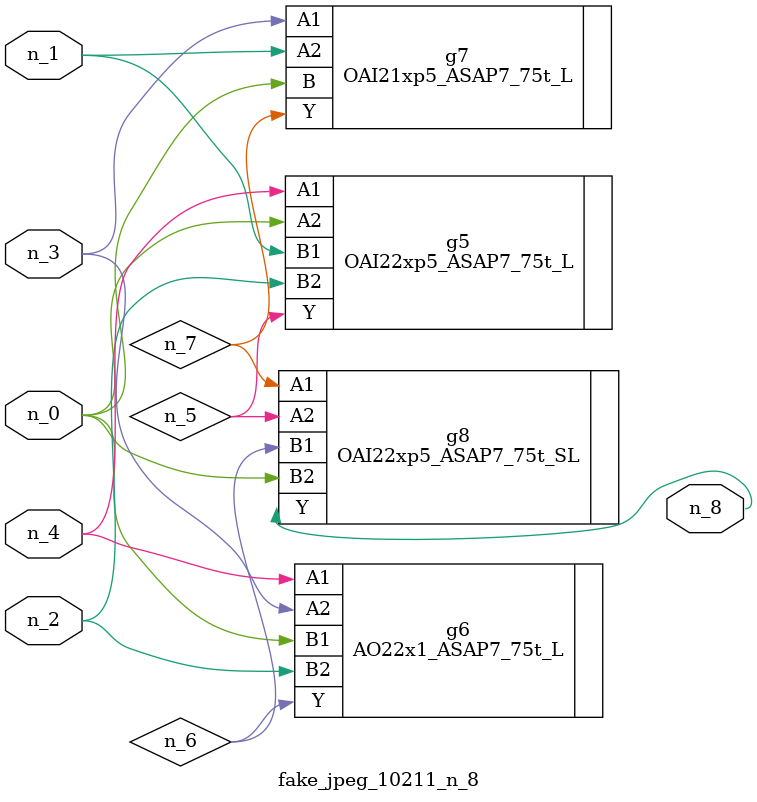
<source format=v>
module fake_jpeg_10211_n_8 (n_3, n_2, n_1, n_0, n_4, n_8);

input n_3;
input n_2;
input n_1;
input n_0;
input n_4;

output n_8;

wire n_6;
wire n_5;
wire n_7;

OAI22xp5_ASAP7_75t_L g5 ( 
.A1(n_4),
.A2(n_0),
.B1(n_1),
.B2(n_2),
.Y(n_5)
);

AO22x1_ASAP7_75t_L g6 ( 
.A1(n_4),
.A2(n_3),
.B1(n_0),
.B2(n_2),
.Y(n_6)
);

OAI21xp5_ASAP7_75t_L g7 ( 
.A1(n_3),
.A2(n_1),
.B(n_0),
.Y(n_7)
);

OAI22xp5_ASAP7_75t_SL g8 ( 
.A1(n_7),
.A2(n_5),
.B1(n_6),
.B2(n_0),
.Y(n_8)
);


endmodule
</source>
